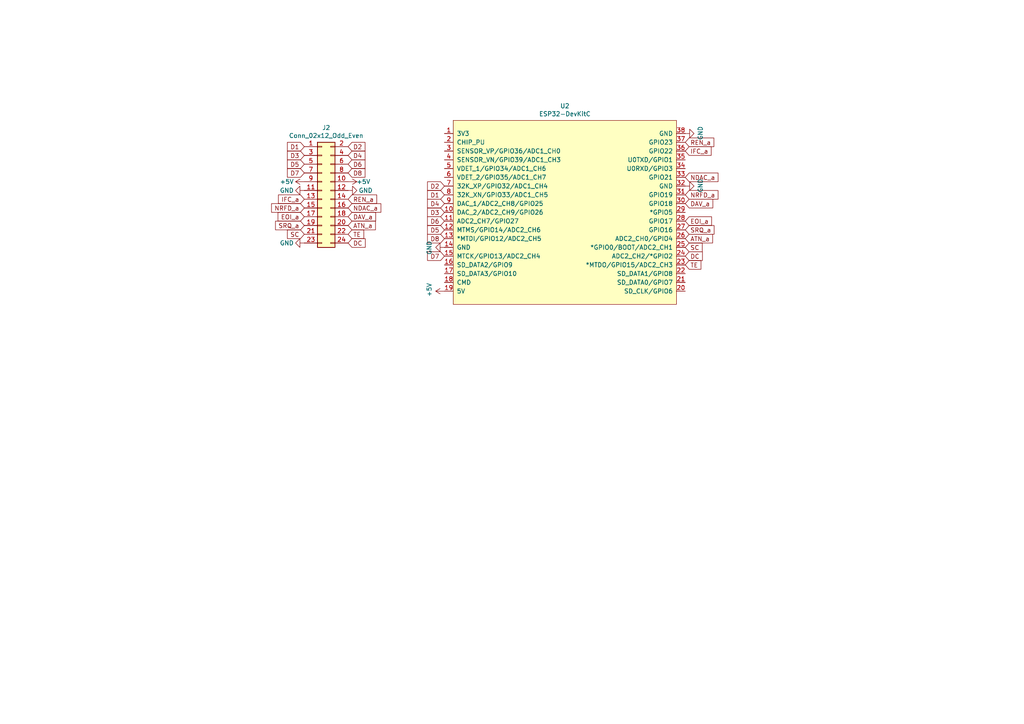
<source format=kicad_sch>
(kicad_sch (version 20211123) (generator eeschema)
  (paper "A4")
  (lib_symbols
    (symbol "AR488-esp32-devkitc-rescue:ESP32-DevKitC-ESP32" (pin_names (offset 1.016))
      (property "Reference" "U" (at -8.89 26.67 0))
      (property "Value" "ESP32-DevKitC-ESP32" (at 0 -29.21 0))
      (symbol "ESP32-DevKitC-ESP32_0_0"
        (pin power_in line (at -33.02 -11.43 0) (length 2.54) (name "GND") (number "14"))
        (pin power_in line (at -33.02 -24.13 0) (length 2.54) (name "5V") (number "19"))
      )
      (symbol "ESP32-DevKitC-ESP32_0_1"
        (rectangle (start -30.48 25.4) (end 34.29 -27.94) (fill (type background)))
      )
      (symbol "ESP32-DevKitC-ESP32_1_1"
        (pin power_in line (at -33.02 21.59 0) (length 2.54) (name "3V3") (number "1"))
        (pin bidirectional line (at -33.02 -1.27 0) (length 2.54) (name "DAC_2/ADC2_CH9/GPIO26") (number "10"))
        (pin bidirectional line (at -33.02 -3.81 0) (length 2.54) (name "ADC2_CH7/GPIO27") (number "11"))
        (pin bidirectional line (at -33.02 -6.35 0) (length 2.54) (name "MTMS/GPIO14/ADC2_CH6") (number "12"))
        (pin bidirectional line (at -33.02 -8.89 0) (length 2.54) (name "*MTDI/GPIO12/ADC2_CH5") (number "13"))
        (pin bidirectional line (at -33.02 -13.97 0) (length 2.54) (name "MTCK/GPIO13/ADC2_CH4") (number "15"))
        (pin bidirectional line (at -33.02 -16.51 0) (length 2.54) (name "SD_DATA2/GPIO9") (number "16"))
        (pin bidirectional line (at -33.02 -19.05 0) (length 2.54) (name "SD_DATA3/GPIO10") (number "17"))
        (pin bidirectional line (at -33.02 -21.59 0) (length 2.54) (name "CMD") (number "18"))
        (pin input line (at -33.02 19.05 0) (length 2.54) (name "CHIP_PU") (number "2"))
        (pin bidirectional line (at 36.83 -24.13 180) (length 2.54) (name "SD_CLK/GPIO6") (number "20"))
        (pin bidirectional line (at 36.83 -21.59 180) (length 2.54) (name "SD_DATA0/GPIO7") (number "21"))
        (pin bidirectional line (at 36.83 -19.05 180) (length 2.54) (name "SD_DATA1/GPIO8") (number "22"))
        (pin bidirectional line (at 36.83 -16.51 180) (length 2.54) (name "*MTDO/GPIO15/ADC2_CH3") (number "23"))
        (pin bidirectional line (at 36.83 -13.97 180) (length 2.54) (name "ADC2_CH2/*GPIO2") (number "24"))
        (pin bidirectional line (at 36.83 -11.43 180) (length 2.54) (name "*GPIO0/BOOT/ADC2_CH1") (number "25"))
        (pin bidirectional line (at 36.83 -8.89 180) (length 2.54) (name "ADC2_CH0/GPIO4") (number "26"))
        (pin bidirectional line (at 36.83 -6.35 180) (length 2.54) (name "GPIO16") (number "27"))
        (pin bidirectional line (at 36.83 -3.81 180) (length 2.54) (name "GPIO17") (number "28"))
        (pin bidirectional line (at 36.83 -1.27 180) (length 2.54) (name "*GPIO5") (number "29"))
        (pin input line (at -33.02 16.51 0) (length 2.54) (name "SENSOR_VP/GPIO36/ADC1_CH0") (number "3"))
        (pin bidirectional line (at 36.83 1.27 180) (length 2.54) (name "GPIO18") (number "30"))
        (pin bidirectional line (at 36.83 3.81 180) (length 2.54) (name "GPIO19") (number "31"))
        (pin power_in line (at 36.83 6.35 180) (length 2.54) (name "GND") (number "32"))
        (pin bidirectional line (at 36.83 8.89 180) (length 2.54) (name "GPIO21") (number "33"))
        (pin bidirectional line (at 36.83 11.43 180) (length 2.54) (name "U0RXD/GPIO3") (number "34"))
        (pin bidirectional line (at 36.83 13.97 180) (length 2.54) (name "U0TXD/GPIO1") (number "35"))
        (pin bidirectional line (at 36.83 16.51 180) (length 2.54) (name "GPIO22") (number "36"))
        (pin bidirectional line (at 36.83 19.05 180) (length 2.54) (name "GPIO23") (number "37"))
        (pin power_in line (at 36.83 21.59 180) (length 2.54) (name "GND") (number "38"))
        (pin input line (at -33.02 13.97 0) (length 2.54) (name "SENSOR_VN/GPIO39/ADC1_CH3") (number "4"))
        (pin input line (at -33.02 11.43 0) (length 2.54) (name "VDET_1/GPIO34/ADC1_CH6") (number "5"))
        (pin input line (at -33.02 8.89 0) (length 2.54) (name "VDET_2/GPIO35/ADC1_CH7") (number "6"))
        (pin bidirectional line (at -33.02 6.35 0) (length 2.54) (name "32K_XP/GPIO32/ADC1_CH4") (number "7"))
        (pin bidirectional line (at -33.02 3.81 0) (length 2.54) (name "32K_XN/GPIO33/ADC1_CH5") (number "8"))
        (pin bidirectional line (at -33.02 1.27 0) (length 2.54) (name "DAC_1/ADC2_CH8/GPIO25") (number "9"))
      )
    )
    (symbol "Connector_Generic:Conn_02x12_Odd_Even" (pin_names (offset 1.016) hide)
      (property "Reference" "J" (at 1.27 15.24 0))
      (property "Value" "Conn_02x12_Odd_Even" (at 1.27 -17.78 0))
      (symbol "Conn_02x12_Odd_Even_1_1"
        (rectangle (start -1.27 -15.113) (end 0 -15.367) (stroke (width 0.1524)))
        (rectangle (start -1.27 -12.573) (end 0 -12.827) (stroke (width 0.1524)))
        (rectangle (start -1.27 -10.033) (end 0 -10.287) (stroke (width 0.1524)))
        (rectangle (start -1.27 -7.493) (end 0 -7.747) (stroke (width 0.1524)))
        (rectangle (start -1.27 -4.953) (end 0 -5.207) (stroke (width 0.1524)))
        (rectangle (start -1.27 -2.413) (end 0 -2.667) (stroke (width 0.1524)))
        (rectangle (start -1.27 0.127) (end 0 -0.127) (stroke (width 0.1524)))
        (rectangle (start -1.27 2.667) (end 0 2.413) (stroke (width 0.1524)))
        (rectangle (start -1.27 5.207) (end 0 4.953) (stroke (width 0.1524)))
        (rectangle (start -1.27 7.747) (end 0 7.493) (stroke (width 0.1524)))
        (rectangle (start -1.27 10.287) (end 0 10.033) (stroke (width 0.1524)))
        (rectangle (start -1.27 12.827) (end 0 12.573) (stroke (width 0.1524)))
        (rectangle (start -1.27 13.97) (end 3.81 -16.51) (stroke (width 0.254)) (fill (type background)))
        (rectangle (start 3.81 -15.113) (end 2.54 -15.367) (stroke (width 0.1524)))
        (rectangle (start 3.81 -12.573) (end 2.54 -12.827) (stroke (width 0.1524)))
        (rectangle (start 3.81 -10.033) (end 2.54 -10.287) (stroke (width 0.1524)))
        (rectangle (start 3.81 -7.493) (end 2.54 -7.747) (stroke (width 0.1524)))
        (rectangle (start 3.81 -4.953) (end 2.54 -5.207) (stroke (width 0.1524)))
        (rectangle (start 3.81 -2.413) (end 2.54 -2.667) (stroke (width 0.1524)))
        (rectangle (start 3.81 0.127) (end 2.54 -0.127) (stroke (width 0.1524)))
        (rectangle (start 3.81 2.667) (end 2.54 2.413) (stroke (width 0.1524)))
        (rectangle (start 3.81 5.207) (end 2.54 4.953) (stroke (width 0.1524)))
        (rectangle (start 3.81 7.747) (end 2.54 7.493) (stroke (width 0.1524)))
        (rectangle (start 3.81 10.287) (end 2.54 10.033) (stroke (width 0.1524)))
        (rectangle (start 3.81 12.827) (end 2.54 12.573) (stroke (width 0.1524)))
        (pin passive line (at -5.08 12.7 0) (length 3.81) (name "Pin_1") (number "1"))
        (pin passive line (at 7.62 2.54 180) (length 3.81) (name "Pin_10") (number "10"))
        (pin passive line (at -5.08 0 0) (length 3.81) (name "Pin_11") (number "11"))
        (pin passive line (at 7.62 0 180) (length 3.81) (name "Pin_12") (number "12"))
        (pin passive line (at -5.08 -2.54 0) (length 3.81) (name "Pin_13") (number "13"))
        (pin passive line (at 7.62 -2.54 180) (length 3.81) (name "Pin_14") (number "14"))
        (pin passive line (at -5.08 -5.08 0) (length 3.81) (name "Pin_15") (number "15"))
        (pin passive line (at 7.62 -5.08 180) (length 3.81) (name "Pin_16") (number "16"))
        (pin passive line (at -5.08 -7.62 0) (length 3.81) (name "Pin_17") (number "17"))
        (pin passive line (at 7.62 -7.62 180) (length 3.81) (name "Pin_18") (number "18"))
        (pin passive line (at -5.08 -10.16 0) (length 3.81) (name "Pin_19") (number "19"))
        (pin passive line (at 7.62 12.7 180) (length 3.81) (name "Pin_2") (number "2"))
        (pin passive line (at 7.62 -10.16 180) (length 3.81) (name "Pin_20") (number "20"))
        (pin passive line (at -5.08 -12.7 0) (length 3.81) (name "Pin_21") (number "21"))
        (pin passive line (at 7.62 -12.7 180) (length 3.81) (name "Pin_22") (number "22"))
        (pin passive line (at -5.08 -15.24 0) (length 3.81) (name "Pin_23") (number "23"))
        (pin passive line (at 7.62 -15.24 180) (length 3.81) (name "Pin_24") (number "24"))
        (pin passive line (at -5.08 10.16 0) (length 3.81) (name "Pin_3") (number "3"))
        (pin passive line (at 7.62 10.16 180) (length 3.81) (name "Pin_4") (number "4"))
        (pin passive line (at -5.08 7.62 0) (length 3.81) (name "Pin_5") (number "5"))
        (pin passive line (at 7.62 7.62 180) (length 3.81) (name "Pin_6") (number "6"))
        (pin passive line (at -5.08 5.08 0) (length 3.81) (name "Pin_7") (number "7"))
        (pin passive line (at 7.62 5.08 180) (length 3.81) (name "Pin_8") (number "8"))
        (pin passive line (at -5.08 2.54 0) (length 3.81) (name "Pin_9") (number "9"))
      )
    )
    (symbol "power:+5V" (power) (pin_names (offset 0))
      (property "Value" "+5V" (at 0 3.556 0))
      (symbol "+5V_0_1"
        (polyline (pts (xy -0.762 1.27) (xy 0 2.54)))
        (polyline (pts (xy 0 0) (xy 0 2.54)))
        (polyline (pts (xy 0 2.54) (xy 0.762 1.27)))
      )
      (symbol "+5V_1_1"
        (pin power_in line (at 0 0 90) (length 0) hide (name "+5V") (number "1"))
      )
    )
    (symbol "power:GND" (power) (pin_names (offset 0))
      (property "Value" "GND" (at 0 -3.81 0))
      (symbol "GND_0_1"
        (polyline (pts (xy 0 0) (xy 0 -1.27) (xy 1.27 -1.27) (xy 0 -2.54) (xy -1.27 -1.27) (xy 0 -1.27)))
      )
      (symbol "GND_1_1"
        (pin power_in line (at 0 0 270) (length 0) hide (name "GND") (number "1"))
      )
    )
  )
  (global_label "D6" (shape input) (at 100.965 47.625 0) (property "Intersheet References" "${INTERSHEET_REFS}" (effects hide)))
  (global_label "SRQ_a" (shape input) (at 88.265 65.405 180) (property "Intersheet References" "${INTERSHEET_REFS}" (effects hide)))
  (global_label "D3" (shape input) (at 88.265 45.085 180) (property "Intersheet References" "${INTERSHEET_REFS}" (effects hide)))
  (global_label "D1" (shape input) (at 88.265 42.545 180) (property "Intersheet References" "${INTERSHEET_REFS}" (effects hide)))
  (global_label "D5" (shape input) (at 128.905 66.675 180) (property "Intersheet References" "${INTERSHEET_REFS}" (effects hide)))
  (global_label "D8" (shape input) (at 100.965 50.165 0) (property "Intersheet References" "${INTERSHEET_REFS}" (effects hide)))
  (global_label "D3" (shape input) (at 128.905 61.595 180) (property "Intersheet References" "${INTERSHEET_REFS}" (effects hide)))
  (global_label "SC" (shape input) (at 88.265 67.945 180) (property "Intersheet References" "${INTERSHEET_REFS}" (effects hide)))
  (global_label "NDAC_a" (shape input) (at 198.755 51.435 0) (property "Intersheet References" "${INTERSHEET_REFS}" (effects hide)))
  (global_label "D4" (shape input) (at 100.965 45.085 0) (property "Intersheet References" "${INTERSHEET_REFS}" (effects hide)))
  (global_label "IFC_a" (shape input) (at 88.265 57.785 180) (property "Intersheet References" "${INTERSHEET_REFS}" (effects hide)))
  (global_label "REN_a" (shape input) (at 198.755 41.275 0) (property "Intersheet References" "${INTERSHEET_REFS}" (effects hide)))
  (global_label "D4" (shape input) (at 128.905 59.055 180) (property "Intersheet References" "${INTERSHEET_REFS}" (effects hide)))
  (global_label "D6" (shape input) (at 128.905 64.135 180) (property "Intersheet References" "${INTERSHEET_REFS}" (effects hide)))
  (global_label "REN_a" (shape input) (at 100.965 57.785 0) (property "Intersheet References" "${INTERSHEET_REFS}" (effects hide)))
  (global_label "NRFD_a" (shape input) (at 198.755 56.515 0) (property "Intersheet References" "${INTERSHEET_REFS}" (effects hide)))
  (global_label "D8" (shape input) (at 128.905 69.215 180) (property "Intersheet References" "${INTERSHEET_REFS}" (effects hide)))
  (global_label "SC" (shape input) (at 198.755 71.755 0) (property "Intersheet References" "${INTERSHEET_REFS}" (effects hide)))
  (global_label "DC" (shape input) (at 100.965 70.485 0) (property "Intersheet References" "${INTERSHEET_REFS}" (effects hide)))
  (global_label "NRFD_a" (shape input) (at 88.265 60.325 180) (property "Intersheet References" "${INTERSHEET_REFS}" (effects hide)))
  (global_label "EOI_a" (shape input) (at 198.755 64.135 0) (property "Intersheet References" "${INTERSHEET_REFS}" (effects hide)))
  (global_label "ATN_a" (shape input) (at 100.965 65.405 0) (property "Intersheet References" "${INTERSHEET_REFS}" (effects hide)))
  (global_label "D7" (shape input) (at 128.905 74.295 180) (property "Intersheet References" "${INTERSHEET_REFS}" (effects hide)))
  (global_label "D2" (shape input) (at 100.965 42.545 0) (property "Intersheet References" "${INTERSHEET_REFS}" (effects hide)))
  (global_label "DAV_a" (shape input) (at 198.755 59.055 0) (property "Intersheet References" "${INTERSHEET_REFS}" (effects hide)))
  (global_label "IFC_a" (shape input) (at 198.755 43.815 0) (property "Intersheet References" "${INTERSHEET_REFS}" (effects hide)))
  (global_label "D7" (shape input) (at 88.265 50.165 180) (property "Intersheet References" "${INTERSHEET_REFS}" (effects hide)))
  (global_label "D2" (shape input) (at 128.905 53.975 180) (property "Intersheet References" "${INTERSHEET_REFS}" (effects hide)))
  (global_label "TE" (shape input) (at 198.755 76.835 0) (property "Intersheet References" "${INTERSHEET_REFS}" (effects hide)))
  (global_label "D1" (shape input) (at 128.905 56.515 180) (property "Intersheet References" "${INTERSHEET_REFS}" (effects hide)))
  (global_label "EOI_a" (shape input) (at 88.265 62.865 180) (property "Intersheet References" "${INTERSHEET_REFS}" (effects hide)))
  (global_label "ATN_a" (shape input) (at 198.755 69.215 0) (property "Intersheet References" "${INTERSHEET_REFS}" (effects hide)))
  (global_label "SRQ_a" (shape input) (at 198.755 66.675 0) (property "Intersheet References" "${INTERSHEET_REFS}" (effects hide)))
  (global_label "NDAC_a" (shape input) (at 100.965 60.325 0) (property "Intersheet References" "${INTERSHEET_REFS}" (effects hide)))
  (global_label "DAV_a" (shape input) (at 100.965 62.865 0) (property "Intersheet References" "${INTERSHEET_REFS}" (effects hide)))
  (global_label "DC" (shape input) (at 198.755 74.295 0) (property "Intersheet References" "${INTERSHEET_REFS}" (effects hide)))
  (global_label "TE" (shape input) (at 100.965 67.945 0) (property "Intersheet References" "${INTERSHEET_REFS}" (effects hide)))
  (global_label "D5" (shape input) (at 88.265 47.625 180) (property "Intersheet References" "${INTERSHEET_REFS}" (effects hide)))
  (symbol (lib_id "Connector_Generic:Conn_02x12_Odd_Even") (at 93.345 55.245 0) (unit 1)
    (property "Reference" "J2" (at 94.615 37.0332 0))
    (property "Value" "Conn_02x12_Odd_Even" (at 94.615 39.3446 0))
    (property "Footprint" "Connector_PinHeader_2.54mm:PinHeader_2x12_P2.54mm_Vertical" (effects hide))
  )
  (symbol (lib_id "power:+5V") (at 128.905 84.455 90) (unit 1)
    (property "Reference" "#PWR0102" (effects hide))
    (property "Value" "+5V" (at 124.5108 84.074 0))
  )
  (symbol (lib_id "power:GND") (at 100.965 55.245 90) (unit 1)
    (property "Reference" "#PWR010" (effects hide))
    (property "Value" "GND" (at 106.045 55.245 90))
  )
  (symbol (lib_id "power:GND") (at 88.265 55.245 270) (unit 1)
    (property "Reference" "#PWR03" (effects hide))
    (property "Value" "GND" (at 83.185 55.245 90))
  )
  (symbol (lib_id "power:+5V") (at 100.965 52.705 270) (unit 1)
    (property "Reference" "#PWR09" (effects hide))
    (property "Value" "+5V" (at 105.41 52.705 90))
  )
  (symbol (lib_id "power:+5V") (at 88.265 52.705 90) (unit 1)
    (property "Reference" "#PWR02" (effects hide))
    (property "Value" "+5V" (at 83.185 52.705 90))
  )
  (symbol (lib_id "power:GND") (at 88.265 70.485 270) (unit 1)
    (property "Reference" "#PWR01" (effects hide))
    (property "Value" "GND" (at 83.185 70.485 90))
  )
  (symbol (lib_id "AR488-esp32-devkitc-rescue:ESP32-DevKitC-ESP32") (at 161.925 60.325 0) (unit 1)
    (property "Reference" "U2" (at 163.83 30.734 0))
    (property "Value" "ESP32-DevKitC" (at 163.83 33.0454 0))
    (property "Footprint" "esp32:ESP32-DevKitC" (effects hide))
    (property "Datasheet" "https://docs.espressif.com/projects/esp-idf/zh_CN/latest/esp32/hw-reference/esp32/get-started-devkitc.html" (effects hide))
  )
  (symbol (lib_id "power:GND") (at 198.755 38.735 90) (unit 1)
    (property "Reference" "#PWR05" (effects hide))
    (property "Value" "GND" (at 203.1492 38.608 0))
  )
  (symbol (lib_id "power:GND") (at 128.905 71.755 270) (unit 1)
    (property "Reference" "#PWR04" (effects hide))
    (property "Value" "GND" (at 124.5108 71.882 0))
  )
  (symbol (lib_id "power:GND") (at 198.755 53.975 90) (unit 1)
    (property "Reference" "#PWR06" (effects hide))
    (property "Value" "GND" (at 203.1492 53.848 0))
  )
)
</source>
